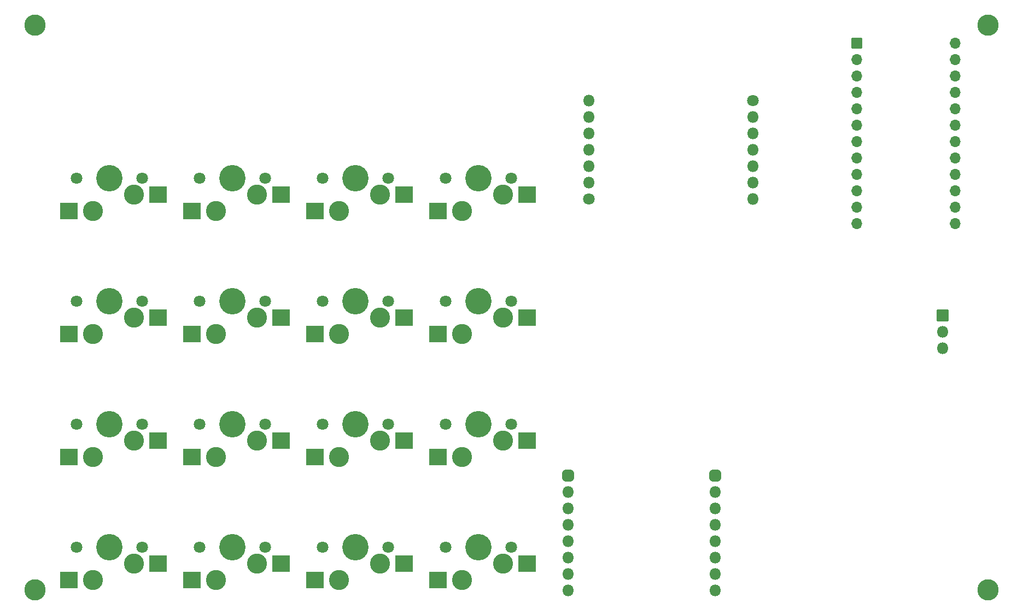
<source format=gbr>
%TF.GenerationSoftware,KiCad,Pcbnew,(6.0.1)*%
%TF.CreationDate,2022-12-10T14:50:15+08:00*%
%TF.ProjectId,Scroller1 two,5363726f-6c6c-4657-9231-2074776f2e6b,rev?*%
%TF.SameCoordinates,Original*%
%TF.FileFunction,Soldermask,Bot*%
%TF.FilePolarity,Negative*%
%FSLAX46Y46*%
G04 Gerber Fmt 4.6, Leading zero omitted, Abs format (unit mm)*
G04 Created by KiCad (PCBNEW (6.0.1)) date 2022-12-10 14:50:15*
%MOMM*%
%LPD*%
G01*
G04 APERTURE LIST*
G04 Aperture macros list*
%AMRoundRect*
0 Rectangle with rounded corners*
0 $1 Rounding radius*
0 $2 $3 $4 $5 $6 $7 $8 $9 X,Y pos of 4 corners*
0 Add a 4 corners polygon primitive as box body*
4,1,4,$2,$3,$4,$5,$6,$7,$8,$9,$2,$3,0*
0 Add four circle primitives for the rounded corners*
1,1,$1+$1,$2,$3*
1,1,$1+$1,$4,$5*
1,1,$1+$1,$6,$7*
1,1,$1+$1,$8,$9*
0 Add four rect primitives between the rounded corners*
20,1,$1+$1,$2,$3,$4,$5,0*
20,1,$1+$1,$4,$5,$6,$7,0*
20,1,$1+$1,$6,$7,$8,$9,0*
20,1,$1+$1,$8,$9,$2,$3,0*%
G04 Aperture macros list end*
%ADD10C,3.300000*%
%ADD11C,4.087800*%
%ADD12C,3.100000*%
%ADD13C,1.801800*%
%ADD14RoundRect,0.050000X1.275000X1.250000X-1.275000X1.250000X-1.275000X-1.250000X1.275000X-1.250000X0*%
%ADD15RoundRect,0.449500X0.450500X0.450500X-0.450500X0.450500X-0.450500X-0.450500X0.450500X-0.450500X0*%
%ADD16O,1.800000X1.800000*%
%ADD17RoundRect,0.050000X0.800000X0.800000X-0.800000X0.800000X-0.800000X-0.800000X0.800000X-0.800000X0*%
%ADD18O,1.700000X1.700000*%
%ADD19RoundRect,0.050000X-0.850000X-0.850000X0.850000X-0.850000X0.850000X0.850000X-0.850000X0.850000X0*%
%ADD20C,1.800000*%
G04 APERTURE END LIST*
D10*
%TO.C,MHole_3*%
X215546000Y-57196000D03*
%TD*%
D11*
%TO.C,SW_0_0*%
X136592000Y-80899000D03*
D12*
X140402000Y-83439000D03*
D13*
X141672000Y-80899000D03*
D12*
X134052000Y-85979000D03*
D13*
X131512000Y-80899000D03*
D14*
X130302000Y-85979000D03*
X144152000Y-83439000D03*
%TD*%
D12*
%TO.C,SW_2_1*%
X115002000Y-124079000D03*
D13*
X122622000Y-118999000D03*
X112462000Y-118999000D03*
D12*
X121352000Y-121539000D03*
D11*
X117542000Y-118999000D03*
D14*
X111252000Y-124079000D03*
X125102000Y-121539000D03*
%TD*%
D10*
%TO.C,MHole_1*%
X67946000Y-57196000D03*
%TD*%
%TO.C,MHole_6*%
X215546000Y-144596000D03*
%TD*%
D13*
%TO.C,SW_1_0*%
X131512000Y-99949000D03*
D12*
X134052000Y-105029000D03*
D11*
X136592000Y-99949000D03*
D13*
X141672000Y-99949000D03*
D12*
X140402000Y-102489000D03*
D14*
X130302000Y-105029000D03*
X144152000Y-102489000D03*
%TD*%
D12*
%TO.C,SW_3_0*%
X140402000Y-140589000D03*
D13*
X141672000Y-138049000D03*
D11*
X136592000Y-138049000D03*
D13*
X131512000Y-138049000D03*
D12*
X134052000Y-143129000D03*
D14*
X130302000Y-143129000D03*
X144152000Y-140589000D03*
%TD*%
D13*
%TO.C,SW_1_3*%
X84522000Y-99949000D03*
X74362000Y-99949000D03*
D12*
X83252000Y-102489000D03*
X76902000Y-105029000D03*
D11*
X79442000Y-99949000D03*
D14*
X73152000Y-105029000D03*
X87002000Y-102489000D03*
%TD*%
D12*
%TO.C,SW_1_2*%
X102302000Y-102489000D03*
D11*
X98492000Y-99949000D03*
D13*
X103572000Y-99949000D03*
D12*
X95952000Y-105029000D03*
D13*
X93412000Y-99949000D03*
D14*
X92202000Y-105029000D03*
X106052000Y-102489000D03*
%TD*%
D15*
%TO.C,TMC1*%
X150472107Y-126961107D03*
D16*
X150472107Y-129501107D03*
X150472107Y-132041107D03*
X150472107Y-134581107D03*
X150472107Y-137121107D03*
X150472107Y-139661107D03*
X150472107Y-142201107D03*
X150472107Y-144741107D03*
D15*
X173272107Y-126961107D03*
D16*
X173272107Y-129501107D03*
X173272107Y-132041107D03*
X173272107Y-134581107D03*
X173272107Y-137121107D03*
X173272107Y-139661107D03*
X173272107Y-142201107D03*
X173272107Y-144741107D03*
%TD*%
D12*
%TO.C,SW_0_3*%
X76902000Y-85979000D03*
D11*
X79442000Y-80899000D03*
D13*
X74362000Y-80899000D03*
D12*
X83252000Y-83439000D03*
D13*
X84522000Y-80899000D03*
D14*
X73152000Y-85979000D03*
X87002000Y-83439000D03*
%TD*%
D13*
%TO.C,SW_3_2*%
X103572000Y-138049000D03*
X93412000Y-138049000D03*
D12*
X95952000Y-143129000D03*
X102302000Y-140589000D03*
D11*
X98492000Y-138049000D03*
D14*
X92202000Y-143129000D03*
X106052000Y-140589000D03*
%TD*%
D12*
%TO.C,SW_0_1*%
X115002000Y-85979000D03*
D13*
X112462000Y-80899000D03*
D11*
X117542000Y-80899000D03*
D13*
X122622000Y-80899000D03*
D12*
X121352000Y-83439000D03*
D14*
X111252000Y-85979000D03*
X125102000Y-83439000D03*
%TD*%
D17*
%TO.C,QMK1*%
X195185000Y-59944000D03*
D18*
X195185000Y-62484000D03*
X195185000Y-65024000D03*
X195185000Y-67564000D03*
X195185000Y-70104000D03*
X195185000Y-72644000D03*
X195185000Y-75184000D03*
X195185000Y-77724000D03*
X195185000Y-80264000D03*
X195185000Y-82804000D03*
X195185000Y-85344000D03*
X195185000Y-87884000D03*
X210425000Y-87884000D03*
X210425000Y-85344000D03*
X210425000Y-82804000D03*
X210425000Y-80264000D03*
X210425000Y-77724000D03*
X210425000Y-75184000D03*
X210425000Y-72644000D03*
X210425000Y-70104000D03*
X210425000Y-67564000D03*
X210425000Y-65024000D03*
X210425000Y-62484000D03*
X210425000Y-59944000D03*
%TD*%
D13*
%TO.C,SW_3_1*%
X112462000Y-138049000D03*
X122622000Y-138049000D03*
D11*
X117542000Y-138049000D03*
D12*
X121352000Y-140589000D03*
X115002000Y-143129000D03*
D14*
X111252000Y-143129000D03*
X125102000Y-140589000D03*
%TD*%
D12*
%TO.C,SW_1_1*%
X121352000Y-102489000D03*
D11*
X117542000Y-99949000D03*
D13*
X122622000Y-99949000D03*
X112462000Y-99949000D03*
D12*
X115002000Y-105029000D03*
D14*
X111252000Y-105029000D03*
X125102000Y-102489000D03*
%TD*%
D11*
%TO.C,SW_2_2*%
X98492000Y-118999000D03*
D12*
X95952000Y-124079000D03*
D13*
X103572000Y-118999000D03*
D12*
X102302000Y-121539000D03*
D13*
X93412000Y-118999000D03*
D14*
X92202000Y-124079000D03*
X106052000Y-121539000D03*
%TD*%
D12*
%TO.C,SW_2_3*%
X76902000Y-124079000D03*
X83252000Y-121539000D03*
D13*
X84522000Y-118999000D03*
X74362000Y-118999000D03*
D11*
X79442000Y-118999000D03*
D14*
X73152000Y-124079000D03*
X87002000Y-121539000D03*
%TD*%
D19*
%TO.C,J1*%
X208477000Y-102123000D03*
D16*
X208477000Y-104663000D03*
X208477000Y-107203000D03*
%TD*%
D13*
%TO.C,SW_0_2*%
X103572000Y-80899000D03*
D12*
X102302000Y-83439000D03*
X95952000Y-85979000D03*
D11*
X98492000Y-80899000D03*
D13*
X93412000Y-80899000D03*
D14*
X92202000Y-85979000D03*
X106052000Y-83439000D03*
%TD*%
D10*
%TO.C,MHole_4*%
X67946000Y-144596000D03*
%TD*%
D13*
%TO.C,SW_3_3*%
X84522000Y-138049000D03*
D12*
X76902000Y-143129000D03*
D13*
X74362000Y-138049000D03*
D12*
X83252000Y-140589000D03*
D11*
X79442000Y-138049000D03*
D14*
X73152000Y-143129000D03*
X87002000Y-140589000D03*
%TD*%
D11*
%TO.C,SW_2_0*%
X136592000Y-118999000D03*
D13*
X131512000Y-118999000D03*
D12*
X134052000Y-124079000D03*
X140402000Y-121539000D03*
D13*
X141672000Y-118999000D03*
D14*
X130302000Y-124079000D03*
X144152000Y-121539000D03*
%TD*%
D16*
%TO.C,ESP32_A1*%
X153750500Y-68814000D03*
X153750500Y-71354000D03*
X153750500Y-73894000D03*
X153750500Y-76434000D03*
X153750500Y-78974000D03*
X153750500Y-81514000D03*
D20*
X153750500Y-84054000D03*
X179070000Y-68834000D03*
D16*
X179070000Y-71374000D03*
X179070000Y-73914000D03*
X179070000Y-76454000D03*
X179070000Y-78994000D03*
X179070000Y-81534000D03*
X179070000Y-84074000D03*
%TD*%
M02*

</source>
